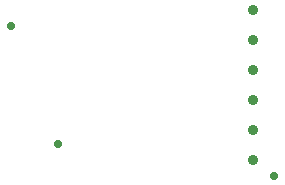
<source format=gbr>
%TF.GenerationSoftware,Altium Limited,Altium Designer,21.2.1 (34)*%
G04 Layer_Color=0*
%FSLAX26Y26*%
%MOIN*%
%TF.SameCoordinates,A0A043E5-24E2-464B-A4FE-AC519CE3A301*%
%TF.FilePolarity,Positive*%
%TF.FileFunction,Plated,1,2,PTH,Drill*%
%TF.Part,Single*%
G01*
G75*
%TA.AperFunction,ComponentDrill*%
%ADD30C,0.035433*%
%TA.AperFunction,ViaDrill,NotFilled*%
%ADD31C,0.028000*%
D30*
X1299213Y222441D02*
D03*
Y322441D02*
D03*
Y422441D02*
D03*
Y522441D02*
D03*
Y622441D02*
D03*
Y722441D02*
D03*
D31*
X1368110Y167323D02*
D03*
X649606Y275591D02*
D03*
X492126Y669291D02*
D03*
%TF.MD5,63612a4013b22e6006b1062ad4c7a2c4*%
M02*

</source>
